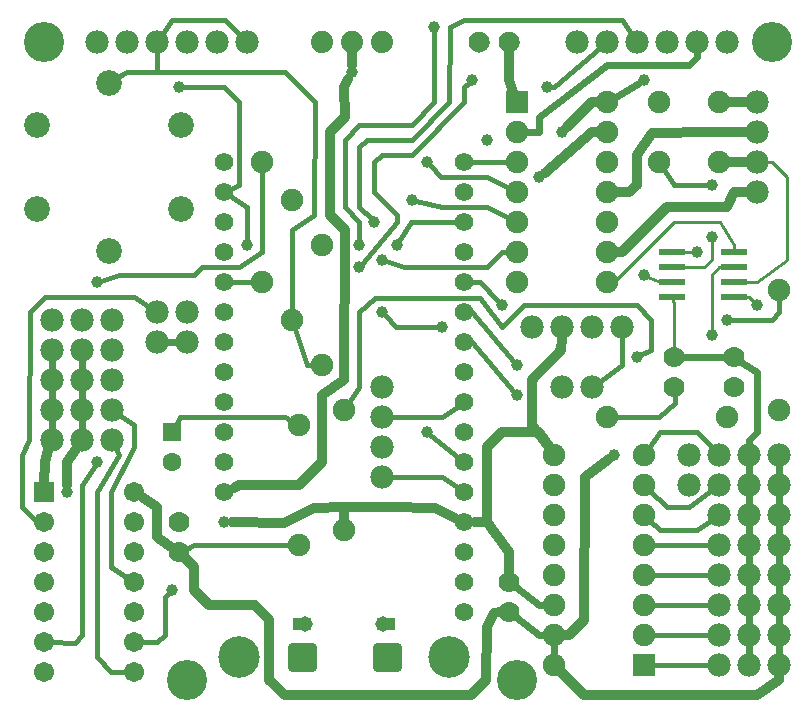
<source format=gtl>
G04 MADE WITH FRITZING*
G04 WWW.FRITZING.ORG*
G04 DOUBLE SIDED*
G04 HOLES PLATED*
G04 CONTOUR ON CENTER OF CONTOUR VECTOR*
%ASAXBY*%
%FSLAX23Y23*%
%MOIN*%
%OFA0B0*%
%SFA1.0B1.0*%
%ADD10C,0.039370*%
%ADD11C,0.078000*%
%ADD12C,0.086000*%
%ADD13C,0.075000*%
%ADD14C,0.070000*%
%ADD15C,0.062992*%
%ADD16C,0.074000*%
%ADD17C,0.138425*%
%ADD18C,0.095000*%
%ADD19C,0.051496*%
%ADD20C,0.062000*%
%ADD21C,0.067559*%
%ADD22C,0.133858*%
%ADD23R,0.087000X0.024000*%
%ADD24R,0.062992X0.062992*%
%ADD25R,0.075000X0.075000*%
%ADD26R,0.067559X0.067559*%
%ADD27C,0.016000*%
%ADD28C,0.032000*%
%ADD29C,0.024000*%
%ADD30C,0.011111*%
%ADD31C,0.029783*%
%ADD32R,0.001000X0.001000*%
%LNCOPPER1*%
G90*
G70*
G54D10*
X174Y707D03*
X273Y1407D03*
G54D11*
X273Y2207D03*
X373Y2207D03*
X473Y2207D03*
X573Y2207D03*
X673Y2207D03*
X773Y2207D03*
G54D10*
X1274Y1532D03*
X1998Y833D03*
X2073Y1158D03*
X547Y2058D03*
X773Y1532D03*
G54D12*
X313Y2072D03*
X553Y1932D03*
X313Y1512D03*
X73Y1652D03*
X553Y1652D03*
X73Y1932D03*
G54D10*
X2098Y2082D03*
X1398Y2257D03*
X1148Y1532D03*
X1198Y1607D03*
X1773Y2057D03*
X1524Y2082D03*
X1574Y1883D03*
X1123Y2107D03*
X1823Y1907D03*
X1748Y1757D03*
X2273Y1507D03*
X2373Y1282D03*
X2323Y1557D03*
X2323Y1232D03*
X2098Y1432D03*
X2473Y1332D03*
X2323Y1732D03*
G54D13*
X2373Y957D03*
X1973Y957D03*
X2548Y1382D03*
X2548Y982D03*
G54D14*
X2198Y1157D03*
X2198Y1057D03*
X2398Y1157D03*
X2398Y1057D03*
G54D11*
X2248Y732D03*
X2248Y832D03*
G54D13*
X2148Y1807D03*
X2348Y1807D03*
X2148Y2007D03*
X2348Y2007D03*
X1098Y582D03*
X1098Y982D03*
X948Y532D03*
X948Y932D03*
G54D15*
X523Y907D03*
X523Y809D03*
G54D16*
X1023Y2207D03*
X1123Y2207D03*
X1223Y2207D03*
X1023Y2207D03*
X1123Y2207D03*
X1223Y2207D03*
G54D11*
X123Y1282D03*
X223Y1282D03*
X323Y1282D03*
G54D17*
X1448Y157D03*
G54D18*
X956Y158D03*
G54D19*
X968Y268D03*
G54D20*
X1498Y1807D03*
X1498Y1707D03*
X1498Y1607D03*
X1498Y1507D03*
X1498Y1407D03*
X1498Y1307D03*
X1498Y1207D03*
X1498Y1107D03*
X1498Y1007D03*
G54D17*
X748Y157D03*
G54D20*
X1498Y907D03*
X1498Y807D03*
X1498Y707D03*
X1498Y607D03*
X1498Y507D03*
X1498Y407D03*
X1498Y307D03*
X698Y707D03*
X698Y807D03*
X698Y907D03*
X698Y1007D03*
X698Y1107D03*
X698Y1207D03*
X698Y1307D03*
X698Y1407D03*
X698Y1507D03*
X698Y1607D03*
X698Y1707D03*
X698Y1807D03*
G54D19*
X1228Y268D03*
G54D18*
X1240Y158D03*
G54D10*
X1148Y1457D03*
G54D11*
X1223Y957D03*
X1223Y1057D03*
X1223Y757D03*
X1223Y857D03*
X1923Y1057D03*
X1823Y1057D03*
G54D10*
X1423Y1257D03*
X1223Y1307D03*
X523Y383D03*
X273Y807D03*
G54D11*
X1873Y2207D03*
X1973Y2207D03*
X2073Y2207D03*
X2173Y2207D03*
X2273Y2207D03*
X2373Y2207D03*
X2548Y132D03*
X2548Y232D03*
X2548Y332D03*
X2548Y432D03*
X2548Y532D03*
X2548Y632D03*
X2548Y732D03*
X2548Y832D03*
X2448Y132D03*
X2448Y232D03*
X2448Y332D03*
X2448Y432D03*
X2448Y532D03*
X2448Y632D03*
X2448Y732D03*
X2448Y832D03*
X2348Y132D03*
X2348Y232D03*
X2348Y332D03*
X2348Y432D03*
X2348Y532D03*
X2348Y632D03*
X2348Y732D03*
X2348Y832D03*
X1723Y1257D03*
X1823Y1257D03*
X1923Y1257D03*
X2023Y1257D03*
X2473Y2007D03*
X2473Y1907D03*
X2473Y1807D03*
X2473Y1707D03*
G54D13*
X1673Y2007D03*
X1973Y2007D03*
X1673Y1907D03*
X1973Y1907D03*
X1673Y1807D03*
X1973Y1807D03*
X1673Y1707D03*
X1973Y1707D03*
X1673Y1607D03*
X1973Y1607D03*
X1673Y1507D03*
X1973Y1507D03*
X1673Y1407D03*
X1973Y1407D03*
X2098Y132D03*
X1798Y132D03*
X2098Y232D03*
X1798Y232D03*
X2098Y332D03*
X1798Y332D03*
X2098Y432D03*
X1798Y432D03*
X2098Y532D03*
X1798Y532D03*
X2098Y632D03*
X1798Y632D03*
X2098Y732D03*
X1798Y732D03*
X2098Y832D03*
X1798Y832D03*
G54D14*
X548Y607D03*
X548Y507D03*
X1648Y407D03*
X1648Y307D03*
G54D10*
X1223Y1482D03*
X1373Y1807D03*
X1373Y907D03*
X1323Y1682D03*
X1623Y1332D03*
X1673Y1032D03*
X1673Y1132D03*
G54D13*
X823Y1807D03*
X823Y1407D03*
X923Y1282D03*
X923Y1682D03*
X1023Y1132D03*
X1023Y1532D03*
G54D11*
X573Y1307D03*
X473Y1307D03*
X573Y1207D03*
X473Y1207D03*
G54D21*
X98Y707D03*
X398Y707D03*
X98Y607D03*
X398Y607D03*
X98Y507D03*
X398Y507D03*
X98Y407D03*
X398Y407D03*
X98Y307D03*
X398Y307D03*
X98Y207D03*
X398Y207D03*
X98Y107D03*
X398Y107D03*
G54D11*
X223Y1182D03*
X223Y1082D03*
X223Y982D03*
X223Y882D03*
X123Y1182D03*
X123Y1082D03*
X123Y982D03*
X123Y882D03*
X323Y1182D03*
X323Y1082D03*
X323Y982D03*
X323Y882D03*
G54D22*
X1673Y82D03*
X573Y82D03*
X2523Y2207D03*
X98Y2207D03*
G54D14*
X1548Y2207D03*
X1648Y2207D03*
G54D10*
X698Y607D03*
G54D23*
X2192Y1507D03*
X2192Y1457D03*
X2192Y1407D03*
X2192Y1357D03*
X2398Y1357D03*
X2398Y1407D03*
X2398Y1457D03*
X2398Y1507D03*
G54D24*
X523Y907D03*
G54D25*
X1673Y2007D03*
X2098Y132D03*
G54D26*
X98Y707D03*
G54D27*
X1424Y957D02*
X1248Y957D01*
D02*
X1424Y758D02*
X1248Y757D01*
D02*
X1479Y720D02*
X1424Y758D01*
D02*
X1479Y994D02*
X1424Y957D01*
D02*
X474Y2107D02*
X473Y2183D01*
D02*
X338Y2087D02*
X373Y2107D01*
D02*
X373Y2107D02*
X474Y2107D01*
D02*
X524Y2282D02*
X487Y2228D01*
D02*
X699Y2282D02*
X524Y2282D01*
D02*
X756Y2225D02*
X699Y2282D01*
G54D28*
D02*
X204Y853D02*
X174Y807D01*
D02*
X174Y807D02*
X174Y732D01*
G54D27*
D02*
X1943Y1072D02*
X2023Y1133D01*
D02*
X2023Y1133D02*
X2023Y1233D01*
D02*
X2199Y1006D02*
X2199Y1037D01*
D02*
X1322Y1607D02*
X1475Y1607D01*
D02*
X1281Y1544D02*
X1322Y1607D01*
D02*
X1996Y957D02*
X2147Y957D01*
D02*
X2147Y957D02*
X2199Y1006D01*
D02*
X1624Y1257D02*
X1549Y1356D01*
D02*
X1148Y1058D02*
X1111Y1002D01*
D02*
X1148Y1307D02*
X1148Y1058D01*
D02*
X1199Y1356D02*
X1148Y1307D01*
D02*
X1549Y1356D02*
X1199Y1356D01*
D02*
X1698Y1331D02*
X1624Y1257D01*
D02*
X2122Y1282D02*
X2073Y1331D01*
D02*
X2122Y1183D02*
X2122Y1282D01*
D02*
X2085Y1164D02*
X2122Y1183D01*
D02*
X2073Y1331D02*
X1698Y1331D01*
D02*
X999Y2008D02*
X998Y1632D01*
D02*
X748Y2007D02*
X697Y2058D01*
D02*
X697Y2058D02*
X561Y2058D01*
D02*
X719Y1718D02*
X748Y1733D01*
D02*
X748Y1733D02*
X748Y2007D01*
D02*
X899Y2108D02*
X999Y2008D01*
D02*
X374Y2108D02*
X899Y2108D01*
D02*
X998Y1632D02*
X923Y1582D01*
D02*
X923Y1582D02*
X923Y1305D01*
D02*
X338Y2087D02*
X374Y2108D01*
D02*
X823Y1508D02*
X823Y1784D01*
D02*
X748Y1458D02*
X823Y1508D01*
D02*
X286Y1411D02*
X348Y1432D01*
D02*
X598Y1432D02*
X623Y1457D01*
D02*
X348Y1432D02*
X598Y1432D01*
D02*
X623Y1457D02*
X748Y1458D01*
G54D29*
D02*
X1748Y1957D02*
X1973Y2132D01*
D02*
X1748Y1907D02*
X1748Y1957D01*
D02*
X2248Y2132D02*
X2273Y2157D01*
D02*
X1973Y2132D02*
X2248Y2132D01*
D02*
X1724Y1907D02*
X1748Y1907D01*
G54D27*
D02*
X1148Y1657D02*
X1189Y1617D01*
D02*
X1148Y1607D02*
X1148Y1546D01*
D02*
X1099Y1657D02*
X1148Y1607D01*
D02*
X1148Y1858D02*
X1148Y1657D01*
D02*
X1173Y1883D02*
X1148Y1858D01*
D02*
X1323Y1883D02*
X1173Y1883D01*
D02*
X1448Y2008D02*
X1323Y1883D01*
D02*
X1449Y2257D02*
X1448Y2008D01*
D02*
X1498Y2283D02*
X1449Y2257D01*
D02*
X2060Y2228D02*
X2023Y2283D01*
D02*
X2023Y2283D02*
X1498Y2283D01*
D02*
X1323Y1933D02*
X1148Y1933D01*
D02*
X1148Y1933D02*
X1099Y1883D01*
D02*
X1099Y1883D02*
X1099Y1657D01*
D02*
X1398Y2244D02*
X1398Y2008D01*
D02*
X1398Y2008D02*
X1323Y1933D01*
G54D29*
D02*
X2273Y2157D02*
X2273Y2177D01*
D02*
X1702Y1907D02*
X1724Y1907D01*
D02*
X2082Y2073D02*
X1998Y2022D01*
G54D27*
D02*
X1798Y2057D02*
X1955Y2191D01*
D02*
X1273Y1607D02*
X1273Y1632D01*
D02*
X1273Y1632D02*
X1198Y1707D01*
D02*
X1198Y1707D02*
X1198Y1807D01*
D02*
X1198Y1807D02*
X1223Y1832D01*
D02*
X1223Y1832D02*
X1323Y1832D01*
D02*
X1323Y1832D02*
X1498Y2008D01*
D02*
X1498Y2008D02*
X1498Y2057D01*
D02*
X1498Y2057D02*
X1514Y2073D01*
D02*
X1157Y1468D02*
X1273Y1607D01*
D02*
X1787Y2057D02*
X1798Y2057D01*
G54D30*
D02*
X2398Y1532D02*
X2398Y1514D01*
D02*
X2349Y1608D02*
X2398Y1532D01*
D02*
X1998Y1408D02*
X2198Y1608D01*
D02*
X1996Y1408D02*
X1998Y1408D01*
D02*
X2198Y1608D02*
X2349Y1608D01*
G54D28*
D02*
X1648Y2082D02*
X1648Y2176D01*
D02*
X1923Y2008D02*
X1939Y2007D01*
D02*
X1840Y1925D02*
X1923Y2008D01*
D02*
X1662Y2040D02*
X1648Y2082D01*
D02*
X1924Y1908D02*
X1939Y1908D01*
D02*
X1767Y1773D02*
X1924Y1908D01*
G54D27*
D02*
X800Y1407D02*
X721Y1407D01*
G54D28*
D02*
X1123Y2171D02*
X1123Y2132D01*
D02*
X2438Y1807D02*
X2382Y1807D01*
D02*
X2438Y2007D02*
X2382Y2007D01*
G54D27*
D02*
X2548Y1307D02*
X2548Y1359D01*
D02*
X2523Y1283D02*
X2548Y1307D01*
G54D30*
D02*
X2230Y1507D02*
X2260Y1507D01*
G54D27*
D02*
X2387Y1282D02*
X2523Y1283D01*
G54D30*
D02*
X2198Y1332D02*
X2198Y1178D01*
D02*
X2194Y1351D02*
X2198Y1332D01*
G54D29*
D02*
X2372Y1157D02*
X2224Y1157D01*
D02*
X2474Y907D02*
X2448Y883D01*
D02*
X2448Y883D02*
X2448Y862D01*
D02*
X2420Y1143D02*
X2474Y1107D01*
D02*
X2474Y1107D02*
X2474Y907D01*
G54D30*
D02*
X2323Y1246D02*
X2323Y1433D01*
D02*
X2323Y1433D02*
X2348Y1458D01*
D02*
X2348Y1458D02*
X2360Y1458D01*
D02*
X2323Y1483D02*
X2323Y1544D01*
D02*
X2230Y1457D02*
X2298Y1458D01*
D02*
X2298Y1458D02*
X2323Y1483D01*
D02*
X2473Y1407D02*
X2573Y1483D01*
D02*
X2523Y1807D02*
X2498Y1807D01*
D02*
X2573Y1758D02*
X2523Y1807D01*
D02*
X2436Y1407D02*
X2473Y1407D01*
D02*
X2573Y1483D02*
X2573Y1758D01*
D02*
X2149Y1407D02*
X2110Y1426D01*
D02*
X2154Y1407D02*
X2149Y1407D01*
G54D27*
D02*
X2161Y1788D02*
X2198Y1732D01*
D02*
X2198Y1732D02*
X2310Y1732D01*
G54D30*
D02*
X2448Y1358D02*
X2464Y1342D01*
D02*
X2436Y1358D02*
X2448Y1358D01*
G54D27*
D02*
X1573Y1758D02*
X1422Y1758D01*
D02*
X1423Y1657D02*
X1336Y1679D01*
D02*
X1573Y1658D02*
X1423Y1657D01*
D02*
X1422Y1758D02*
X1383Y1798D01*
D02*
X1653Y1718D02*
X1573Y1758D01*
D02*
X1623Y1507D02*
X1650Y1507D01*
D02*
X1574Y1458D02*
X1623Y1507D01*
D02*
X1653Y1618D02*
X1573Y1658D01*
D02*
X1298Y1458D02*
X1574Y1458D01*
D02*
X1236Y1478D02*
X1298Y1458D01*
G54D28*
D02*
X473Y557D02*
X522Y525D01*
D02*
X473Y658D02*
X473Y557D01*
D02*
X423Y690D02*
X473Y658D01*
G54D27*
D02*
X899Y957D02*
X549Y957D01*
D02*
X928Y943D02*
X899Y957D01*
D02*
X549Y957D02*
X533Y926D01*
D02*
X597Y532D02*
X567Y516D01*
D02*
X925Y532D02*
X597Y532D01*
D02*
X99Y1357D02*
X49Y1307D01*
G54D29*
D02*
X543Y1207D02*
X503Y1207D01*
G54D27*
D02*
X74Y608D02*
X79Y608D01*
D02*
X23Y658D02*
X74Y608D01*
D02*
X453Y1321D02*
X398Y1357D01*
D02*
X398Y1357D02*
X99Y1357D01*
D02*
X23Y831D02*
X23Y658D01*
D02*
X48Y882D02*
X23Y831D01*
D02*
X49Y1307D02*
X48Y882D01*
G54D29*
D02*
X123Y1052D02*
X123Y1012D01*
D02*
X123Y1112D02*
X123Y1152D01*
D02*
X223Y1152D02*
X223Y1112D01*
D02*
X223Y1052D02*
X223Y1012D01*
D02*
X223Y952D02*
X223Y912D01*
D02*
X123Y952D02*
X123Y912D01*
G54D27*
D02*
X1272Y1257D02*
X1233Y1298D01*
D02*
X1410Y1257D02*
X1272Y1257D01*
G54D28*
D02*
X1522Y32D02*
X899Y31D01*
D02*
X899Y31D02*
X847Y83D01*
D02*
X1574Y257D02*
X1572Y83D01*
D02*
X1572Y83D02*
X1522Y32D01*
D02*
X1598Y306D02*
X1574Y257D01*
D02*
X847Y83D02*
X847Y282D01*
D02*
X847Y282D02*
X799Y333D01*
D02*
X799Y333D02*
X647Y332D01*
D02*
X647Y332D02*
X597Y382D01*
D02*
X1617Y307D02*
X1598Y306D01*
D02*
X1467Y623D02*
X1399Y656D01*
D02*
X598Y458D02*
X571Y485D01*
D02*
X597Y382D02*
X598Y458D01*
D02*
X948Y732D02*
X1023Y807D01*
D02*
X748Y732D02*
X948Y732D01*
D02*
X1098Y2058D02*
X1112Y2086D01*
D02*
X1099Y1582D02*
X1049Y1632D01*
D02*
X1049Y1632D02*
X1049Y1908D01*
D02*
X1099Y1958D02*
X1098Y2058D01*
D02*
X1049Y1908D02*
X1099Y1958D01*
D02*
X1023Y1032D02*
X1098Y1082D01*
D02*
X1098Y1082D02*
X1099Y1582D01*
D02*
X1023Y807D02*
X1023Y1032D01*
G54D27*
D02*
X499Y233D02*
X499Y358D01*
D02*
X499Y358D02*
X514Y373D01*
D02*
X474Y208D02*
X499Y233D01*
G54D28*
D02*
X729Y722D02*
X748Y732D01*
G54D27*
D02*
X382Y418D02*
X322Y458D01*
D02*
X322Y458D02*
X322Y707D01*
D02*
X398Y858D02*
X398Y932D01*
D02*
X398Y932D02*
X344Y969D01*
D02*
X322Y707D02*
X398Y858D01*
D02*
X348Y832D02*
X334Y860D01*
D02*
X322Y108D02*
X274Y158D01*
D02*
X379Y107D02*
X322Y108D01*
D02*
X274Y707D02*
X348Y832D01*
D02*
X274Y158D02*
X274Y707D01*
D02*
X418Y208D02*
X474Y208D01*
G54D28*
D02*
X99Y808D02*
X98Y738D01*
D02*
X112Y848D02*
X99Y808D01*
G54D27*
D02*
X199Y206D02*
X118Y207D01*
D02*
X224Y732D02*
X224Y232D01*
D02*
X266Y796D02*
X224Y732D01*
D02*
X224Y232D02*
X199Y206D01*
D02*
X1573Y1808D02*
X1521Y1808D01*
D02*
X1650Y1808D02*
X1573Y1808D01*
G54D28*
D02*
X1747Y907D02*
X1779Y861D01*
D02*
X1624Y907D02*
X1747Y907D01*
D02*
X1723Y932D02*
X1778Y860D01*
D02*
X1723Y1083D02*
X1723Y932D01*
D02*
X1822Y1183D02*
X1723Y1083D01*
D02*
X1823Y1222D02*
X1822Y1183D01*
D02*
X1574Y858D02*
X1624Y907D01*
D02*
X1533Y608D02*
X1574Y608D01*
D02*
X1574Y608D02*
X1574Y858D01*
D02*
X1848Y232D02*
X1832Y232D01*
D02*
X1898Y282D02*
X1848Y232D01*
D02*
X1899Y758D02*
X1898Y282D01*
D02*
X1979Y818D02*
X1899Y758D01*
G54D29*
D02*
X1798Y204D02*
X1798Y161D01*
D02*
X1747Y232D02*
X1669Y292D01*
D02*
X1770Y232D02*
X1747Y232D01*
D02*
X1747Y333D02*
X1669Y392D01*
D02*
X1770Y333D02*
X1747Y333D01*
G54D28*
D02*
X1648Y507D02*
X1574Y608D01*
D02*
X1648Y439D02*
X1648Y507D01*
D02*
X1574Y608D02*
X1533Y608D01*
G54D27*
D02*
X2149Y582D02*
X2115Y616D01*
D02*
X2273Y582D02*
X2149Y582D01*
D02*
X2328Y619D02*
X2273Y582D01*
D02*
X2324Y532D02*
X2121Y532D01*
D02*
X2324Y432D02*
X2121Y432D01*
D02*
X2324Y232D02*
X2121Y232D01*
D02*
X2324Y132D02*
X2121Y132D01*
D02*
X2149Y907D02*
X2273Y907D01*
D02*
X2273Y907D02*
X2331Y850D01*
D02*
X2111Y851D02*
X2149Y907D01*
D02*
X2324Y332D02*
X2121Y332D01*
D02*
X2174Y658D02*
X2115Y716D01*
D02*
X2248Y658D02*
X2174Y658D01*
D02*
X2328Y718D02*
X2248Y658D01*
G54D29*
D02*
X2548Y562D02*
X2548Y602D01*
D02*
X2548Y662D02*
X2548Y702D01*
D02*
X2548Y762D02*
X2548Y802D01*
D02*
X2448Y802D02*
X2448Y762D01*
D02*
X2448Y702D02*
X2448Y662D01*
D02*
X2448Y602D02*
X2448Y562D01*
D02*
X2448Y502D02*
X2448Y462D01*
D02*
X2448Y402D02*
X2448Y362D01*
D02*
X2448Y302D02*
X2448Y262D01*
D02*
X2448Y202D02*
X2448Y162D01*
D02*
X2548Y162D02*
X2548Y202D01*
D02*
X2548Y362D02*
X2548Y402D01*
D02*
X2548Y462D02*
X2548Y502D01*
G54D28*
D02*
X2548Y83D02*
X2474Y33D01*
D02*
X2474Y33D02*
X1898Y33D01*
D02*
X1898Y33D02*
X1822Y108D01*
D02*
X2548Y97D02*
X2548Y83D01*
G54D29*
D02*
X2548Y262D02*
X2548Y302D01*
G54D28*
D02*
X2373Y1657D02*
X2174Y1657D01*
D02*
X2174Y1657D02*
X2024Y1508D01*
D02*
X2398Y1707D02*
X2373Y1657D01*
D02*
X2024Y1508D02*
X2007Y1508D01*
D02*
X2073Y1832D02*
X2073Y1732D01*
D02*
X2124Y1906D02*
X2073Y1832D01*
D02*
X2323Y1907D02*
X2124Y1906D01*
D02*
X2048Y1707D02*
X2007Y1707D01*
D02*
X2073Y1732D02*
X2048Y1707D01*
D02*
X2438Y1907D02*
X2323Y1907D01*
D02*
X2438Y1707D02*
X2398Y1707D01*
G54D27*
D02*
X1384Y899D02*
X1480Y822D01*
D02*
X1614Y1342D02*
X1549Y1407D01*
D02*
X1549Y1407D02*
X1521Y1407D01*
D02*
X1664Y1043D02*
X1524Y1207D01*
D02*
X1524Y1207D02*
X1521Y1207D01*
D02*
X1523Y1307D02*
X1664Y1143D01*
D02*
X1521Y1307D02*
X1523Y1307D01*
D02*
X973Y1132D02*
X930Y1260D01*
D02*
X1000Y1132D02*
X973Y1132D01*
D02*
X773Y1657D02*
X717Y1694D01*
D02*
X773Y1546D02*
X773Y1657D01*
G54D28*
D02*
X1098Y657D02*
X998Y656D01*
D02*
X1098Y617D02*
X1098Y657D01*
D02*
X1248Y657D02*
X1098Y657D01*
D02*
X1399Y656D02*
X1248Y657D01*
D02*
X998Y656D02*
X897Y606D01*
D02*
X897Y606D02*
X723Y607D01*
G54D31*
X924Y190D02*
X989Y190D01*
X989Y125D01*
X924Y125D01*
X924Y190D01*
D02*
X1207Y190D02*
X1273Y190D01*
X1273Y125D01*
X1207Y125D01*
X1207Y190D01*
D02*
G54D32*
X1542Y2242D02*
X1553Y2242D01*
X1642Y2242D02*
X1653Y2242D01*
X1538Y2241D02*
X1557Y2241D01*
X1638Y2241D02*
X1657Y2241D01*
X1535Y2240D02*
X1560Y2240D01*
X1635Y2240D02*
X1660Y2240D01*
X1533Y2239D02*
X1562Y2239D01*
X1633Y2239D02*
X1662Y2239D01*
X1531Y2238D02*
X1564Y2238D01*
X1631Y2238D02*
X1664Y2238D01*
X1529Y2237D02*
X1566Y2237D01*
X1629Y2237D02*
X1666Y2237D01*
X1528Y2236D02*
X1567Y2236D01*
X1628Y2236D02*
X1667Y2236D01*
X1526Y2235D02*
X1569Y2235D01*
X1626Y2235D02*
X1669Y2235D01*
X1525Y2234D02*
X1570Y2234D01*
X1625Y2234D02*
X1670Y2234D01*
X1524Y2233D02*
X1571Y2233D01*
X1624Y2233D02*
X1671Y2233D01*
X1523Y2232D02*
X1572Y2232D01*
X1623Y2232D02*
X1672Y2232D01*
X1522Y2231D02*
X1573Y2231D01*
X1622Y2231D02*
X1673Y2231D01*
X1521Y2230D02*
X1574Y2230D01*
X1621Y2230D02*
X1674Y2230D01*
X1520Y2229D02*
X1575Y2229D01*
X1620Y2229D02*
X1675Y2229D01*
X1520Y2228D02*
X1575Y2228D01*
X1620Y2228D02*
X1675Y2228D01*
X1519Y2227D02*
X1576Y2227D01*
X1619Y2227D02*
X1676Y2227D01*
X1518Y2226D02*
X1577Y2226D01*
X1618Y2226D02*
X1677Y2226D01*
X1518Y2225D02*
X1577Y2225D01*
X1618Y2225D02*
X1677Y2225D01*
X1517Y2224D02*
X1578Y2224D01*
X1617Y2224D02*
X1678Y2224D01*
X1517Y2223D02*
X1578Y2223D01*
X1617Y2223D02*
X1678Y2223D01*
X1516Y2222D02*
X1542Y2222D01*
X1553Y2222D02*
X1579Y2222D01*
X1616Y2222D02*
X1642Y2222D01*
X1653Y2222D02*
X1679Y2222D01*
X1516Y2221D02*
X1540Y2221D01*
X1555Y2221D02*
X1579Y2221D01*
X1616Y2221D02*
X1640Y2221D01*
X1655Y2221D02*
X1679Y2221D01*
X1515Y2220D02*
X1538Y2220D01*
X1557Y2220D02*
X1580Y2220D01*
X1615Y2220D02*
X1638Y2220D01*
X1657Y2220D02*
X1680Y2220D01*
X1515Y2219D02*
X1537Y2219D01*
X1558Y2219D02*
X1580Y2219D01*
X1615Y2219D02*
X1637Y2219D01*
X1658Y2219D02*
X1680Y2219D01*
X1515Y2218D02*
X1536Y2218D01*
X1559Y2218D02*
X1580Y2218D01*
X1615Y2218D02*
X1636Y2218D01*
X1659Y2218D02*
X1680Y2218D01*
X1514Y2217D02*
X1535Y2217D01*
X1560Y2217D02*
X1581Y2217D01*
X1614Y2217D02*
X1635Y2217D01*
X1660Y2217D02*
X1681Y2217D01*
X1514Y2216D02*
X1534Y2216D01*
X1561Y2216D02*
X1581Y2216D01*
X1614Y2216D02*
X1634Y2216D01*
X1661Y2216D02*
X1681Y2216D01*
X1514Y2215D02*
X1534Y2215D01*
X1561Y2215D02*
X1581Y2215D01*
X1614Y2215D02*
X1634Y2215D01*
X1661Y2215D02*
X1681Y2215D01*
X1514Y2214D02*
X1533Y2214D01*
X1562Y2214D02*
X1581Y2214D01*
X1614Y2214D02*
X1633Y2214D01*
X1662Y2214D02*
X1681Y2214D01*
X1514Y2213D02*
X1533Y2213D01*
X1562Y2213D02*
X1581Y2213D01*
X1614Y2213D02*
X1633Y2213D01*
X1662Y2213D02*
X1681Y2213D01*
X1513Y2212D02*
X1533Y2212D01*
X1562Y2212D02*
X1582Y2212D01*
X1613Y2212D02*
X1633Y2212D01*
X1662Y2212D02*
X1682Y2212D01*
X1513Y2211D02*
X1532Y2211D01*
X1563Y2211D02*
X1582Y2211D01*
X1613Y2211D02*
X1632Y2211D01*
X1663Y2211D02*
X1682Y2211D01*
X1513Y2210D02*
X1532Y2210D01*
X1563Y2210D02*
X1582Y2210D01*
X1613Y2210D02*
X1632Y2210D01*
X1663Y2210D02*
X1682Y2210D01*
X1513Y2209D02*
X1532Y2209D01*
X1563Y2209D02*
X1582Y2209D01*
X1613Y2209D02*
X1632Y2209D01*
X1663Y2209D02*
X1682Y2209D01*
X1513Y2208D02*
X1532Y2208D01*
X1563Y2208D02*
X1582Y2208D01*
X1613Y2208D02*
X1632Y2208D01*
X1663Y2208D02*
X1682Y2208D01*
X1513Y2207D02*
X1532Y2207D01*
X1563Y2207D02*
X1582Y2207D01*
X1613Y2207D02*
X1632Y2207D01*
X1663Y2207D02*
X1682Y2207D01*
X1513Y2206D02*
X1532Y2206D01*
X1563Y2206D02*
X1582Y2206D01*
X1613Y2206D02*
X1632Y2206D01*
X1663Y2206D02*
X1682Y2206D01*
X1513Y2205D02*
X1532Y2205D01*
X1563Y2205D02*
X1582Y2205D01*
X1613Y2205D02*
X1632Y2205D01*
X1663Y2205D02*
X1682Y2205D01*
X1513Y2204D02*
X1532Y2204D01*
X1563Y2204D02*
X1582Y2204D01*
X1613Y2204D02*
X1632Y2204D01*
X1663Y2204D02*
X1682Y2204D01*
X1513Y2203D02*
X1533Y2203D01*
X1562Y2203D02*
X1582Y2203D01*
X1613Y2203D02*
X1633Y2203D01*
X1662Y2203D02*
X1682Y2203D01*
X1514Y2202D02*
X1533Y2202D01*
X1562Y2202D02*
X1581Y2202D01*
X1614Y2202D02*
X1633Y2202D01*
X1662Y2202D02*
X1681Y2202D01*
X1514Y2201D02*
X1533Y2201D01*
X1562Y2201D02*
X1581Y2201D01*
X1614Y2201D02*
X1633Y2201D01*
X1662Y2201D02*
X1681Y2201D01*
X1514Y2200D02*
X1534Y2200D01*
X1561Y2200D02*
X1581Y2200D01*
X1614Y2200D02*
X1634Y2200D01*
X1661Y2200D02*
X1681Y2200D01*
X1514Y2199D02*
X1535Y2199D01*
X1560Y2199D02*
X1581Y2199D01*
X1614Y2199D02*
X1635Y2199D01*
X1660Y2199D02*
X1681Y2199D01*
X1515Y2198D02*
X1536Y2198D01*
X1559Y2198D02*
X1580Y2198D01*
X1615Y2198D02*
X1636Y2198D01*
X1659Y2198D02*
X1680Y2198D01*
X1515Y2197D02*
X1537Y2197D01*
X1558Y2197D02*
X1580Y2197D01*
X1615Y2197D02*
X1637Y2197D01*
X1658Y2197D02*
X1680Y2197D01*
X1515Y2196D02*
X1538Y2196D01*
X1557Y2196D02*
X1580Y2196D01*
X1615Y2196D02*
X1638Y2196D01*
X1657Y2196D02*
X1680Y2196D01*
X1516Y2195D02*
X1539Y2195D01*
X1556Y2195D02*
X1579Y2195D01*
X1616Y2195D02*
X1639Y2195D01*
X1656Y2195D02*
X1679Y2195D01*
X1516Y2194D02*
X1541Y2194D01*
X1554Y2194D02*
X1579Y2194D01*
X1616Y2194D02*
X1641Y2194D01*
X1654Y2194D02*
X1679Y2194D01*
X1516Y2193D02*
X1544Y2193D01*
X1551Y2193D02*
X1579Y2193D01*
X1616Y2193D02*
X1644Y2193D01*
X1651Y2193D02*
X1679Y2193D01*
X1517Y2192D02*
X1578Y2192D01*
X1617Y2192D02*
X1678Y2192D01*
X1517Y2191D02*
X1578Y2191D01*
X1617Y2191D02*
X1678Y2191D01*
X1518Y2190D02*
X1577Y2190D01*
X1618Y2190D02*
X1677Y2190D01*
X1519Y2189D02*
X1576Y2189D01*
X1619Y2189D02*
X1676Y2189D01*
X1519Y2188D02*
X1576Y2188D01*
X1619Y2188D02*
X1676Y2188D01*
X1520Y2187D02*
X1575Y2187D01*
X1620Y2187D02*
X1675Y2187D01*
X1521Y2186D02*
X1574Y2186D01*
X1621Y2186D02*
X1674Y2186D01*
X1521Y2185D02*
X1574Y2185D01*
X1621Y2185D02*
X1674Y2185D01*
X1522Y2184D02*
X1573Y2184D01*
X1622Y2184D02*
X1673Y2184D01*
X1523Y2183D02*
X1572Y2183D01*
X1623Y2183D02*
X1672Y2183D01*
X1524Y2182D02*
X1571Y2182D01*
X1624Y2182D02*
X1671Y2182D01*
X1525Y2181D02*
X1570Y2181D01*
X1625Y2181D02*
X1670Y2181D01*
X1527Y2180D02*
X1568Y2180D01*
X1627Y2180D02*
X1668Y2180D01*
X1528Y2179D02*
X1567Y2179D01*
X1628Y2179D02*
X1667Y2179D01*
X1530Y2178D02*
X1565Y2178D01*
X1630Y2178D02*
X1665Y2178D01*
X1532Y2177D02*
X1563Y2177D01*
X1632Y2177D02*
X1663Y2177D01*
X1534Y2176D02*
X1561Y2176D01*
X1634Y2176D02*
X1661Y2176D01*
X1536Y2175D02*
X1559Y2175D01*
X1636Y2175D02*
X1659Y2175D01*
X1539Y2174D02*
X1556Y2174D01*
X1639Y2174D02*
X1656Y2174D01*
X1544Y2173D02*
X1551Y2173D01*
X1644Y2173D02*
X1651Y2173D01*
X927Y288D02*
X961Y288D01*
X974Y288D02*
X988Y288D01*
X1207Y288D02*
X1221Y288D01*
X1234Y288D02*
X1268Y288D01*
X927Y287D02*
X958Y287D01*
X977Y287D02*
X988Y287D01*
X1207Y287D02*
X1218Y287D01*
X1237Y287D02*
X1268Y287D01*
X927Y286D02*
X957Y286D01*
X979Y286D02*
X988Y286D01*
X1207Y286D02*
X1216Y286D01*
X1239Y286D02*
X1268Y286D01*
X927Y285D02*
X955Y285D01*
X980Y285D02*
X988Y285D01*
X1207Y285D02*
X1215Y285D01*
X1240Y285D02*
X1268Y285D01*
X927Y284D02*
X954Y284D01*
X981Y284D02*
X988Y284D01*
X1207Y284D02*
X1214Y284D01*
X1241Y284D02*
X1268Y284D01*
X927Y283D02*
X953Y283D01*
X983Y283D02*
X988Y283D01*
X1207Y283D02*
X1212Y283D01*
X1242Y283D02*
X1268Y283D01*
X927Y282D02*
X952Y282D01*
X984Y282D02*
X988Y282D01*
X1207Y282D02*
X1212Y282D01*
X1243Y282D02*
X1268Y282D01*
X927Y281D02*
X951Y281D01*
X984Y281D02*
X988Y281D01*
X1207Y281D02*
X1211Y281D01*
X1244Y281D02*
X1268Y281D01*
X927Y280D02*
X950Y280D01*
X985Y280D02*
X988Y280D01*
X1207Y280D02*
X1210Y280D01*
X1245Y280D02*
X1268Y280D01*
X927Y279D02*
X949Y279D01*
X986Y279D02*
X988Y279D01*
X1207Y279D02*
X1209Y279D01*
X1246Y279D02*
X1268Y279D01*
X927Y278D02*
X949Y278D01*
X986Y278D02*
X988Y278D01*
X1207Y278D02*
X1209Y278D01*
X1246Y278D02*
X1268Y278D01*
X927Y277D02*
X948Y277D01*
X987Y277D02*
X988Y277D01*
X1207Y277D02*
X1208Y277D01*
X1247Y277D02*
X1268Y277D01*
X927Y276D02*
X948Y276D01*
X987Y276D02*
X988Y276D01*
X1207Y276D02*
X1208Y276D01*
X1247Y276D02*
X1268Y276D01*
X927Y275D02*
X948Y275D01*
X988Y275D02*
X988Y275D01*
X1207Y275D02*
X1207Y275D01*
X1247Y275D02*
X1268Y275D01*
X927Y274D02*
X947Y274D01*
X988Y274D02*
X988Y274D01*
X1207Y274D02*
X1207Y274D01*
X1248Y274D02*
X1268Y274D01*
X927Y273D02*
X947Y273D01*
X988Y273D02*
X988Y273D01*
X1207Y273D02*
X1207Y273D01*
X1248Y273D02*
X1268Y273D01*
X927Y272D02*
X947Y272D01*
X1248Y272D02*
X1268Y272D01*
X927Y271D02*
X947Y271D01*
X1248Y271D02*
X1268Y271D01*
X927Y270D02*
X946Y270D01*
X1249Y270D02*
X1268Y270D01*
X927Y269D02*
X946Y269D01*
X1249Y269D02*
X1268Y269D01*
X927Y268D02*
X946Y268D01*
X1249Y268D02*
X1268Y268D01*
X927Y267D02*
X946Y267D01*
X1249Y267D02*
X1268Y267D01*
X927Y266D02*
X947Y266D01*
X1249Y266D02*
X1268Y266D01*
X927Y265D02*
X947Y265D01*
X1248Y265D02*
X1268Y265D01*
X927Y264D02*
X947Y264D01*
X1248Y264D02*
X1268Y264D01*
X927Y263D02*
X947Y263D01*
X988Y263D02*
X988Y263D01*
X1207Y263D02*
X1207Y263D01*
X1248Y263D02*
X1268Y263D01*
X927Y262D02*
X947Y262D01*
X988Y262D02*
X988Y262D01*
X1207Y262D02*
X1207Y262D01*
X1248Y262D02*
X1268Y262D01*
X927Y261D02*
X948Y261D01*
X988Y261D02*
X988Y261D01*
X1207Y261D02*
X1208Y261D01*
X1247Y261D02*
X1268Y261D01*
X927Y260D02*
X948Y260D01*
X987Y260D02*
X988Y260D01*
X1207Y260D02*
X1208Y260D01*
X1247Y260D02*
X1268Y260D01*
X927Y259D02*
X949Y259D01*
X987Y259D02*
X988Y259D01*
X1207Y259D02*
X1208Y259D01*
X1246Y259D02*
X1268Y259D01*
X927Y258D02*
X949Y258D01*
X986Y258D02*
X988Y258D01*
X1207Y258D02*
X1209Y258D01*
X1246Y258D02*
X1268Y258D01*
X927Y257D02*
X950Y257D01*
X986Y257D02*
X988Y257D01*
X1207Y257D02*
X1210Y257D01*
X1245Y257D02*
X1268Y257D01*
X927Y256D02*
X950Y256D01*
X985Y256D02*
X988Y256D01*
X1207Y256D02*
X1210Y256D01*
X1245Y256D02*
X1268Y256D01*
X927Y255D02*
X951Y255D01*
X984Y255D02*
X988Y255D01*
X1207Y255D02*
X1211Y255D01*
X1244Y255D02*
X1268Y255D01*
X927Y254D02*
X952Y254D01*
X983Y254D02*
X988Y254D01*
X1207Y254D02*
X1212Y254D01*
X1243Y254D02*
X1268Y254D01*
X927Y253D02*
X953Y253D01*
X982Y253D02*
X988Y253D01*
X1207Y253D02*
X1213Y253D01*
X1242Y253D02*
X1268Y253D01*
X927Y252D02*
X954Y252D01*
X981Y252D02*
X988Y252D01*
X1207Y252D02*
X1214Y252D01*
X1241Y252D02*
X1268Y252D01*
X927Y251D02*
X956Y251D01*
X980Y251D02*
X988Y251D01*
X1207Y251D02*
X1215Y251D01*
X1239Y251D02*
X1268Y251D01*
X927Y250D02*
X957Y250D01*
X978Y250D02*
X988Y250D01*
X1207Y250D02*
X1217Y250D01*
X1238Y250D02*
X1268Y250D01*
X927Y249D02*
X959Y249D01*
X976Y249D02*
X988Y249D01*
X1207Y249D02*
X1219Y249D01*
X1236Y249D02*
X1268Y249D01*
X927Y248D02*
X963Y248D01*
X973Y248D02*
X988Y248D01*
X1207Y248D02*
X1222Y248D01*
X1232Y248D02*
X1268Y248D01*
D02*
G04 End of Copper1*
M02*
</source>
